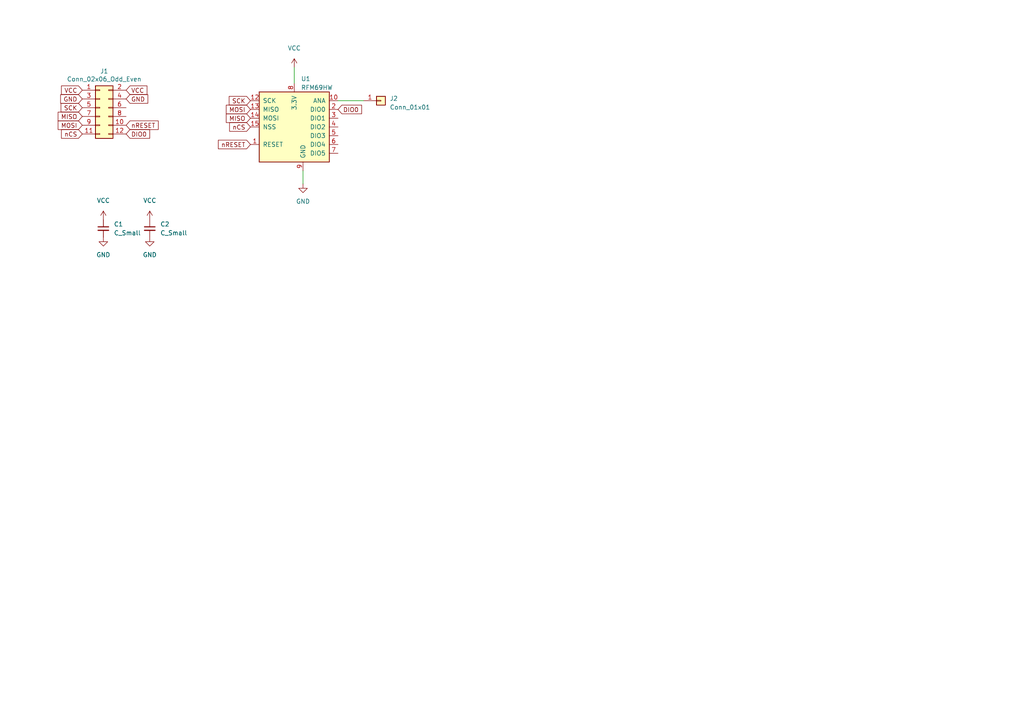
<source format=kicad_sch>
(kicad_sch (version 20230121) (generator eeschema)
  (paper "A4")
  (lib_symbols
    (symbol "Connector_Generic:Conn_01x01" (pin_names (offset 1.016) hide)
      (property "Reference" "J" (at 0 2.54 0))
      (property "Value" "Conn_01x01" (at 0 -2.54 0))
      (symbol "Conn_01x01_1_1"
        (rectangle (start -1.27 0.127) (end 0 -0.127) (stroke (width 0.1524)))
        (rectangle (start -1.27 1.27) (end 1.27 -1.27) (stroke (width 0.254)) (fill (type background)))
        (pin passive line (at -5.08 0 0) (length 3.81) (name "Pin_1") (number "1"))
      )
    )
    (symbol "Connector_Generic:Conn_02x06_Odd_Even" (pin_names (offset 1.016) hide)
      (property "Reference" "J" (at 1.27 7.62 0))
      (property "Value" "Conn_02x06_Odd_Even" (at 1.27 -10.16 0))
      (symbol "Conn_02x06_Odd_Even_1_1"
        (rectangle (start -1.27 -7.493) (end 0 -7.747) (stroke (width 0.1524)))
        (rectangle (start -1.27 -4.953) (end 0 -5.207) (stroke (width 0.1524)))
        (rectangle (start -1.27 -2.413) (end 0 -2.667) (stroke (width 0.1524)))
        (rectangle (start -1.27 0.127) (end 0 -0.127) (stroke (width 0.1524)))
        (rectangle (start -1.27 2.667) (end 0 2.413) (stroke (width 0.1524)))
        (rectangle (start -1.27 5.207) (end 0 4.953) (stroke (width 0.1524)))
        (rectangle (start -1.27 6.35) (end 3.81 -8.89) (stroke (width 0.254)) (fill (type background)))
        (rectangle (start 3.81 -7.493) (end 2.54 -7.747) (stroke (width 0.1524)))
        (rectangle (start 3.81 -4.953) (end 2.54 -5.207) (stroke (width 0.1524)))
        (rectangle (start 3.81 -2.413) (end 2.54 -2.667) (stroke (width 0.1524)))
        (rectangle (start 3.81 0.127) (end 2.54 -0.127) (stroke (width 0.1524)))
        (rectangle (start 3.81 2.667) (end 2.54 2.413) (stroke (width 0.1524)))
        (rectangle (start 3.81 5.207) (end 2.54 4.953) (stroke (width 0.1524)))
        (pin passive line (at -5.08 5.08 0) (length 3.81) (name "Pin_1") (number "1"))
        (pin passive line (at 7.62 -5.08 180) (length 3.81) (name "Pin_10") (number "10"))
        (pin passive line (at -5.08 -7.62 0) (length 3.81) (name "Pin_11") (number "11"))
        (pin passive line (at 7.62 -7.62 180) (length 3.81) (name "Pin_12") (number "12"))
        (pin passive line (at 7.62 5.08 180) (length 3.81) (name "Pin_2") (number "2"))
        (pin passive line (at -5.08 2.54 0) (length 3.81) (name "Pin_3") (number "3"))
        (pin passive line (at 7.62 2.54 180) (length 3.81) (name "Pin_4") (number "4"))
        (pin passive line (at -5.08 0 0) (length 3.81) (name "Pin_5") (number "5"))
        (pin passive line (at 7.62 0 180) (length 3.81) (name "Pin_6") (number "6"))
        (pin passive line (at -5.08 -2.54 0) (length 3.81) (name "Pin_7") (number "7"))
        (pin passive line (at 7.62 -2.54 180) (length 3.81) (name "Pin_8") (number "8"))
        (pin passive line (at -5.08 -5.08 0) (length 3.81) (name "Pin_9") (number "9"))
      )
    )
    (symbol "Device:C_Small" (pin_numbers hide) (pin_names (offset 0.254) hide)
      (property "Reference" "C" (at 0.254 1.778 0))
      (property "Value" "C_Small" (at 0.254 -2.032 0))
      (symbol "C_Small_0_1"
        (polyline (pts (xy -1.524 -0.508) (xy 1.524 -0.508)) (stroke (width 0.3302)))
        (polyline (pts (xy -1.524 0.508) (xy 1.524 0.508)) (stroke (width 0.3048)))
      )
      (symbol "C_Small_1_1"
        (pin passive line (at 0 2.54 270) (length 2.032) (name "~") (number "1"))
        (pin passive line (at 0 -2.54 90) (length 2.032) (name "~") (number "2"))
      )
    )
    (symbol "RF_Module:RFM69HW" (pin_names (offset 1.016))
      (property "Reference" "U" (at -3.81 11.43 0))
      (property "Value" "RFM69HW" (at -7.62 13.97 0))
      (symbol "RFM69HW_0_1"
        (rectangle (start -10.16 10.16) (end 10.16 -10.16) (stroke (width 0.254)) (fill (type background)))
      )
      (symbol "RFM69HW_1_1"
        (pin input line (at -12.7 -5.08 0) (length 2.54) (name "RESET") (number "1"))
        (pin output line (at 12.7 7.62 180) (length 2.54) (name "ANA") (number "10"))
        (pin passive line (at 2.54 -12.7 90) (length 2.54) hide (name "GND") (number "11"))
        (pin input line (at -12.7 7.62 0) (length 2.54) (name "SCK") (number "12"))
        (pin output line (at -12.7 5.08 0) (length 2.54) (name "MISO") (number "13"))
        (pin input line (at -12.7 2.54 0) (length 2.54) (name "MOSI") (number "14"))
        (pin input line (at -12.7 0 0) (length 2.54) (name "NSS") (number "15"))
        (pin no_connect line (at -2.54 -10.16 90) (length 2.54) hide (name "NC") (number "16"))
        (pin bidirectional line (at 12.7 5.08 180) (length 2.54) (name "DIO0") (number "2"))
        (pin bidirectional line (at 12.7 2.54 180) (length 2.54) (name "DIO1") (number "3"))
        (pin bidirectional line (at 12.7 0 180) (length 2.54) (name "DIO2") (number "4"))
        (pin bidirectional line (at 12.7 -2.54 180) (length 2.54) (name "DIO3") (number "5"))
        (pin bidirectional line (at 12.7 -5.08 180) (length 2.54) (name "DIO4") (number "6"))
        (pin bidirectional line (at 12.7 -7.62 180) (length 2.54) (name "DIO5") (number "7"))
        (pin power_in line (at 0 12.7 270) (length 2.54) (name "3.3V") (number "8"))
        (pin power_in line (at 2.54 -12.7 90) (length 2.54) (name "GND") (number "9"))
      )
    )
    (symbol "power:GND" (power) (pin_names (offset 0))
      (property "Value" "GND" (at 0 -3.81 0))
      (symbol "GND_0_1"
        (polyline (pts (xy 0 0) (xy 0 -1.27) (xy 1.27 -1.27) (xy 0 -2.54) (xy -1.27 -1.27) (xy 0 -1.27)))
      )
      (symbol "GND_1_1"
        (pin power_in line (at 0 0 270) (length 0) hide (name "GND") (number "1"))
      )
    )
    (symbol "power:VCC" (power) (pin_names (offset 0))
      (property "Value" "VCC" (at 0 3.81 0))
      (symbol "VCC_0_1"
        (polyline (pts (xy -0.762 1.27) (xy 0 2.54)))
        (polyline (pts (xy 0 0) (xy 0 2.54)))
        (polyline (pts (xy 0 2.54) (xy 0.762 1.27)))
      )
      (symbol "VCC_1_1"
        (pin power_in line (at 0 0 90) (length 0) hide (name "VCC") (number "1"))
      )
    )
  )
  (wire (pts (xy 98.044 29.21) (xy 105.41 29.21)))
  (wire (pts (xy 85.344 19.558) (xy 85.344 24.13)))
  (wire (pts (xy 87.884 49.53) (xy 87.884 53.34)))
  (global_label "nRESET" (shape input) (at 72.644 41.91 180) (property "Intersheetrefs" "${INTERSHEET_REFS}" (effects hide)) (property "Intersheet-verwijzingen" "${INTERSHEET_REFS}" (effects hide)))
  (global_label "MISO" (shape input) (at 23.876 33.782 180) (property "Intersheetrefs" "${INTERSHEET_REFS}" (effects hide)) (property "Intersheet-verwijzingen" "${INTERSHEET_REFS}" (effects hide)))
  (global_label "GND" (shape input) (at 36.576 28.702 0) (property "Intersheetrefs" "${INTERSHEET_REFS}" (effects hide)) (property "Intersheet-verwijzingen" "${INTERSHEET_REFS}" (effects hide)))
  (global_label "VCC" (shape input) (at 23.876 26.162 180) (property "Intersheetrefs" "${INTERSHEET_REFS}" (effects hide)) (property "Intersheet-verwijzingen" "${INTERSHEET_REFS}" (effects hide)))
  (global_label "nCS" (shape input) (at 72.644 36.83 180) (property "Intersheetrefs" "${INTERSHEET_REFS}" (effects hide)) (property "Intersheet-verwijzingen" "${INTERSHEET_REFS}" (effects hide)))
  (global_label "GND" (shape input) (at 23.876 28.702 180) (property "Intersheetrefs" "${INTERSHEET_REFS}" (effects hide)) (property "Intersheet-verwijzingen" "${INTERSHEET_REFS}" (effects hide)))
  (global_label "SCK" (shape input) (at 23.876 31.242 180) (property "Intersheetrefs" "${INTERSHEET_REFS}" (effects hide)) (property "Intersheet-verwijzingen" "${INTERSHEET_REFS}" (effects hide)))
  (global_label "nCS" (shape input) (at 23.876 38.862 180) (property "Intersheetrefs" "${INTERSHEET_REFS}" (effects hide)) (property "Intersheet-verwijzingen" "${INTERSHEET_REFS}" (effects hide)))
  (global_label "VCC" (shape input) (at 36.576 26.162 0) (property "Intersheetrefs" "${INTERSHEET_REFS}" (effects hide)) (property "Intersheet-verwijzingen" "${INTERSHEET_REFS}" (effects hide)))
  (global_label "DIO0" (shape input) (at 98.044 31.75 0) (property "Intersheetrefs" "${INTERSHEET_REFS}" (effects hide)) (property "Intersheet-verwijzingen" "${INTERSHEET_REFS}" (effects hide)))
  (global_label "DIO0" (shape input) (at 36.576 38.862 0) (property "Intersheetrefs" "${INTERSHEET_REFS}" (effects hide)) (property "Intersheet-verwijzingen" "${INTERSHEET_REFS}" (effects hide)))
  (global_label "MISO" (shape input) (at 72.644 34.29 180) (property "Intersheetrefs" "${INTERSHEET_REFS}" (effects hide)) (property "Intersheet-verwijzingen" "${INTERSHEET_REFS}" (effects hide)))
  (global_label "MOSI" (shape input) (at 72.644 31.75 180) (property "Intersheetrefs" "${INTERSHEET_REFS}" (effects hide)) (property "Intersheet-verwijzingen" "${INTERSHEET_REFS}" (effects hide)))
  (global_label "nRESET" (shape input) (at 36.576 36.322 0) (property "Intersheetrefs" "${INTERSHEET_REFS}" (effects hide)) (property "Intersheet-verwijzingen" "${INTERSHEET_REFS}" (effects hide)))
  (global_label "SCK" (shape input) (at 72.644 29.21 180) (property "Intersheetrefs" "${INTERSHEET_REFS}" (effects hide)) (property "Intersheet-verwijzingen" "${INTERSHEET_REFS}" (effects hide)))
  (global_label "MOSI" (shape input) (at 23.876 36.322 180) (property "Intersheetrefs" "${INTERSHEET_REFS}" (effects hide)) (property "Intersheet-verwijzingen" "${INTERSHEET_REFS}" (effects hide)))
  (symbol (lib_id "Connector_Generic:Conn_02x06_Odd_Even") (at 28.956 31.242 0) (unit 1)
    (property "Reference" "J1" (at 30.226 20.6502 0))
    (property "Value" "Conn_02x06_Odd_Even" (at 30.226 22.9616 0))
    (property "Footprint" "Connector_PinHeader_2.54mm:PinHeader_2x06_P2.54mm_Horizontal" (effects hide))
  )
  (symbol (lib_id "power:GND") (at 43.434 68.834 0) (unit 1)
    (property "Reference" "#PWR04" (effects hide))
    (property "Value" "GND" (at 43.434 73.914 0))
  )
  (symbol (lib_id "power:GND") (at 29.972 68.834 0) (unit 1)
    (property "Reference" "#PWR02" (effects hide))
    (property "Value" "GND" (at 29.972 73.914 0))
  )
  (symbol (lib_id "RF_Module:RFM69HW") (at 85.344 36.83 0) (unit 1)
    (property "Reference" "U1" (at 87.2999 22.86 0) (effects (justify left)))
    (property "Value" "RFM69HW" (at 87.2999 25.4 0) (effects (justify left)))
    (property "Footprint" "RF_Module:HOPERF_RFM69HW" (effects hide))
    (property "Datasheet" "https://www.hoperf.com/data/upload/portal/20181127/5bfcbb56f1fd7.pdf" (effects hide))
  )
  (symbol (lib_id "power:GND") (at 87.884 53.34 0) (unit 1)
    (property "Reference" "#PWR06" (effects hide))
    (property "Value" "GND" (at 87.884 58.42 0))
  )
  (symbol (lib_id "Connector_Generic:Conn_01x01") (at 110.49 29.21 0) (unit 1)
    (property "Reference" "J2" (at 113.03 28.575 0) (effects (justify left)))
    (property "Value" "Conn_01x01" (at 113.03 31.115 0) (effects (justify left)))
    (property "Footprint" "Connector_PinHeader_2.54mm:PinHeader_1x01_P2.54mm_Vertical" (effects hide))
  )
  (symbol (lib_id "Device:C_Small") (at 29.972 66.294 0) (unit 1)
    (property "Reference" "C1" (at 33.02 65.0302 0) (effects (justify left)))
    (property "Value" "C_Small" (at 33.02 67.5702 0) (effects (justify left)))
    (property "Footprint" "Capacitor_SMD:C_0805_2012Metric_Pad1.18x1.45mm_HandSolder" (effects hide))
  )
  (symbol (lib_id "power:VCC") (at 85.344 19.558 0) (unit 1)
    (property "Reference" "#PWR05" (effects hide))
    (property "Value" "VCC" (at 85.344 13.97 0))
  )
  (symbol (lib_id "power:VCC") (at 43.434 63.754 0) (unit 1)
    (property "Reference" "#PWR03" (effects hide))
    (property "Value" "VCC" (at 43.434 58.166 0))
  )
  (symbol (lib_id "power:VCC") (at 29.972 63.754 0) (unit 1)
    (property "Reference" "#PWR01" (effects hide))
    (property "Value" "VCC" (at 29.972 58.166 0))
  )
  (symbol (lib_id "Device:C_Small") (at 43.434 66.294 0) (unit 1)
    (property "Reference" "C2" (at 46.482 65.0302 0) (effects (justify left)))
    (property "Value" "C_Small" (at 46.482 67.5702 0) (effects (justify left)))
    (property "Footprint" "Capacitor_SMD:C_0805_2012Metric_Pad1.18x1.45mm_HandSolder" (effects hide))
  )
)
</source>
